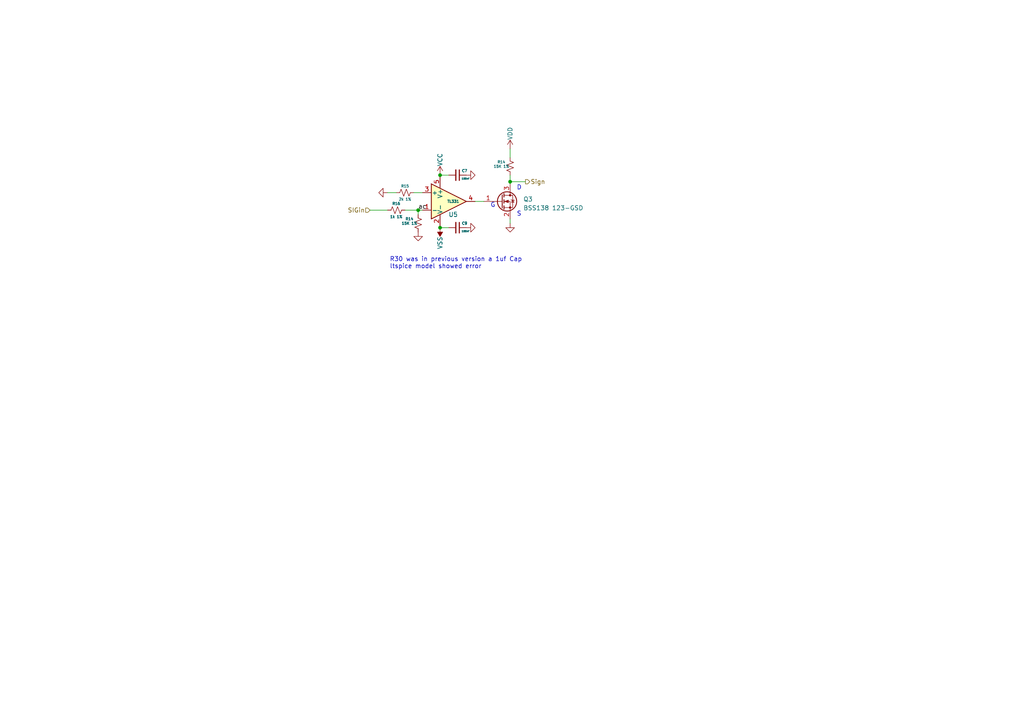
<source format=kicad_sch>
(kicad_sch (version 20230121) (generator eeschema)

  (uuid fbd16ab1-89d7-4ab1-bad5-01d569d880a4)

  (paper "A4")

  (lib_symbols
    (symbol "Comparator:TL331" (pin_names (offset 0.127)) (in_bom yes) (on_board yes)
      (property "Reference" "U" (at 1.27 5.08 0)
        (effects (font (size 1.27 1.27)))
      )
      (property "Value" "TL331" (at 3.81 -5.08 0)
        (effects (font (size 1.27 1.27)))
      )
      (property "Footprint" "Package_TO_SOT_SMD:SOT-23-5" (at 1.27 -15.24 0)
        (effects (font (size 1.27 1.27)) hide)
      )
      (property "Datasheet" "http://www.ti.com/lit/ds/symlink/tl331.pdf" (at 0 5.08 0)
        (effects (font (size 1.27 1.27)) hide)
      )
      (property "ki_keywords" "single comparator" (at 0 0 0)
        (effects (font (size 1.27 1.27)) hide)
      )
      (property "ki_description" "Single Differential Comparator with Open-Collector Output, SOT-23-5" (at 0 0 0)
        (effects (font (size 1.27 1.27)) hide)
      )
      (property "ki_fp_filters" "SOT?23*" (at 0 0 0)
        (effects (font (size 1.27 1.27)) hide)
      )
      (symbol "TL331_0_1"
        (polyline
          (pts
            (xy -5.08 5.08)
            (xy 5.08 0)
            (xy -5.08 -5.08)
            (xy -5.08 5.08)
          )
          (stroke (width 0.254) (type default))
          (fill (type background))
        )
      )
      (symbol "TL331_1_1"
        (pin input line (at -7.62 -2.54 0) (length 2.54)
          (name "-" (effects (font (size 1.27 1.27))))
          (number "1" (effects (font (size 1.27 1.27))))
        )
        (pin power_in line (at -2.54 -7.62 90) (length 3.81)
          (name "V-" (effects (font (size 1.27 1.27))))
          (number "2" (effects (font (size 1.27 1.27))))
        )
        (pin input line (at -7.62 2.54 0) (length 2.54)
          (name "+" (effects (font (size 1.27 1.27))))
          (number "3" (effects (font (size 1.27 1.27))))
        )
        (pin open_collector line (at 7.62 0 180) (length 2.54)
          (name "~" (effects (font (size 1.27 1.27))))
          (number "4" (effects (font (size 1.27 1.27))))
        )
        (pin power_in line (at -2.54 7.62 270) (length 3.81)
          (name "V+" (effects (font (size 1.27 1.27))))
          (number "5" (effects (font (size 1.27 1.27))))
        )
      )
    )
    (symbol "Device:C_Small" (pin_numbers hide) (pin_names (offset 0.254) hide) (in_bom yes) (on_board yes)
      (property "Reference" "C" (at 0.254 1.778 0)
        (effects (font (size 0.75 0.75)) (justify left))
      )
      (property "Value" "C_Small" (at 0.254 -2.032 0)
        (effects (font (size 0.75 0.75)) (justify left))
      )
      (property "Footprint" "" (at 0 0 0)
        (effects (font (size 0.75 0.75)) hide)
      )
      (property "Datasheet" "~" (at 0 0 0)
        (effects (font (size 0.75 0.75)) hide)
      )
      (property "ki_keywords" "capacitor cap" (at 0 0 0)
        (effects (font (size 1.27 1.27)) hide)
      )
      (property "ki_description" "Unpolarized capacitor, small symbol" (at 0 0 0)
        (effects (font (size 1.27 1.27)) hide)
      )
      (property "ki_fp_filters" "C_*" (at 0 0 0)
        (effects (font (size 1.27 1.27)) hide)
      )
      (symbol "C_Small_0_1"
        (polyline
          (pts
            (xy -1.524 -0.508)
            (xy 1.524 -0.508)
          )
          (stroke (width 0.3302) (type default))
          (fill (type none))
        )
        (polyline
          (pts
            (xy -1.524 0.508)
            (xy 1.524 0.508)
          )
          (stroke (width 0.3048) (type default))
          (fill (type none))
        )
      )
      (symbol "C_Small_1_1"
        (pin passive line (at 0 2.54 270) (length 2.032)
          (name "~" (effects (font (size 0.75 0.75))))
          (number "1" (effects (font (size 0.75 0.75))))
        )
        (pin passive line (at 0 -2.54 90) (length 2.032)
          (name "~" (effects (font (size 0.75 0.75))))
          (number "2" (effects (font (size 0.75 0.75))))
        )
      )
    )
    (symbol "Device:Q_NMOS_GSD" (pin_names (offset 0) hide) (in_bom yes) (on_board yes)
      (property "Reference" "Q" (at 5.08 1.27 0)
        (effects (font (size 1.27 1.27)) (justify left))
      )
      (property "Value" "Q_NMOS_GSD" (at 5.08 -1.27 0)
        (effects (font (size 1.27 1.27)) (justify left))
      )
      (property "Footprint" "" (at 5.08 2.54 0)
        (effects (font (size 1.27 1.27)) hide)
      )
      (property "Datasheet" "~" (at 0 0 0)
        (effects (font (size 1.27 1.27)) hide)
      )
      (property "ki_keywords" "transistor NMOS N-MOS N-MOSFET" (at 0 0 0)
        (effects (font (size 1.27 1.27)) hide)
      )
      (property "ki_description" "N-MOSFET transistor, gate/source/drain" (at 0 0 0)
        (effects (font (size 1.27 1.27)) hide)
      )
      (symbol "Q_NMOS_GSD_0_1"
        (polyline
          (pts
            (xy 0.254 0)
            (xy -2.54 0)
          )
          (stroke (width 0) (type default))
          (fill (type none))
        )
        (polyline
          (pts
            (xy 0.254 1.905)
            (xy 0.254 -1.905)
          )
          (stroke (width 0.254) (type default))
          (fill (type none))
        )
        (polyline
          (pts
            (xy 0.762 -1.27)
            (xy 0.762 -2.286)
          )
          (stroke (width 0.254) (type default))
          (fill (type none))
        )
        (polyline
          (pts
            (xy 0.762 0.508)
            (xy 0.762 -0.508)
          )
          (stroke (width 0.254) (type default))
          (fill (type none))
        )
        (polyline
          (pts
            (xy 0.762 2.286)
            (xy 0.762 1.27)
          )
          (stroke (width 0.254) (type default))
          (fill (type none))
        )
        (polyline
          (pts
            (xy 2.54 2.54)
            (xy 2.54 1.778)
          )
          (stroke (width 0) (type default))
          (fill (type none))
        )
        (polyline
          (pts
            (xy 2.54 -2.54)
            (xy 2.54 0)
            (xy 0.762 0)
          )
          (stroke (width 0) (type default))
          (fill (type none))
        )
        (polyline
          (pts
            (xy 0.762 -1.778)
            (xy 3.302 -1.778)
            (xy 3.302 1.778)
            (xy 0.762 1.778)
          )
          (stroke (width 0) (type default))
          (fill (type none))
        )
        (polyline
          (pts
            (xy 1.016 0)
            (xy 2.032 0.381)
            (xy 2.032 -0.381)
            (xy 1.016 0)
          )
          (stroke (width 0) (type default))
          (fill (type outline))
        )
        (polyline
          (pts
            (xy 2.794 0.508)
            (xy 2.921 0.381)
            (xy 3.683 0.381)
            (xy 3.81 0.254)
          )
          (stroke (width 0) (type default))
          (fill (type none))
        )
        (polyline
          (pts
            (xy 3.302 0.381)
            (xy 2.921 -0.254)
            (xy 3.683 -0.254)
            (xy 3.302 0.381)
          )
          (stroke (width 0) (type default))
          (fill (type none))
        )
        (circle (center 1.651 0) (radius 2.794)
          (stroke (width 0.254) (type default))
          (fill (type none))
        )
        (circle (center 2.54 -1.778) (radius 0.254)
          (stroke (width 0) (type default))
          (fill (type outline))
        )
        (circle (center 2.54 1.778) (radius 0.254)
          (stroke (width 0) (type default))
          (fill (type outline))
        )
      )
      (symbol "Q_NMOS_GSD_1_1"
        (pin input line (at -5.08 0 0) (length 2.54)
          (name "G" (effects (font (size 1.27 1.27))))
          (number "1" (effects (font (size 1.27 1.27))))
        )
        (pin passive line (at 2.54 -5.08 90) (length 2.54)
          (name "S" (effects (font (size 1.27 1.27))))
          (number "2" (effects (font (size 1.27 1.27))))
        )
        (pin passive line (at 2.54 5.08 270) (length 2.54)
          (name "D" (effects (font (size 1.27 1.27))))
          (number "3" (effects (font (size 1.27 1.27))))
        )
      )
    )
    (symbol "Device:R_Small_US" (pin_numbers hide) (pin_names (offset 0.254) hide) (in_bom yes) (on_board yes)
      (property "Reference" "R" (at 0.762 0.508 0)
        (effects (font (size 0.75 0.75)) (justify left))
      )
      (property "Value" "R_Small_US" (at 0.762 -1.016 0)
        (effects (font (size 0.75 0.75)) (justify left))
      )
      (property "Footprint" "" (at 0 0 0)
        (effects (font (size 0.75 0.75)) hide)
      )
      (property "Datasheet" "~" (at 0 0 0)
        (effects (font (size 0.75 0.75)) hide)
      )
      (property "ki_keywords" "r resistor" (at 0 0 0)
        (effects (font (size 1.27 1.27)) hide)
      )
      (property "ki_description" "Resistor, small US symbol" (at 0 0 0)
        (effects (font (size 1.27 1.27)) hide)
      )
      (property "ki_fp_filters" "R_*" (at 0 0 0)
        (effects (font (size 1.27 1.27)) hide)
      )
      (symbol "R_Small_US_1_1"
        (polyline
          (pts
            (xy 0 0)
            (xy 1.016 -0.381)
            (xy 0 -0.762)
            (xy -1.016 -1.143)
            (xy 0 -1.524)
          )
          (stroke (width 0) (type default))
          (fill (type none))
        )
        (polyline
          (pts
            (xy 0 1.524)
            (xy 1.016 1.143)
            (xy 0 0.762)
            (xy -1.016 0.381)
            (xy 0 0)
          )
          (stroke (width 0) (type default))
          (fill (type none))
        )
        (pin passive line (at 0 2.54 270) (length 1.016)
          (name "~" (effects (font (size 0.75 0.75))))
          (number "1" (effects (font (size 0.75 0.75))))
        )
        (pin passive line (at 0 -2.54 90) (length 1.016)
          (name "~" (effects (font (size 0.75 0.75))))
          (number "2" (effects (font (size 0.75 0.75))))
        )
      )
    )
    (symbol "GNDA_1" (power) (pin_names (offset 0)) (in_bom yes) (on_board yes)
      (property "Reference" "#PWR" (at 0 -6.35 0)
        (effects (font (size 1.27 1.27)) hide)
      )
      (property "Value" "GNDA_1" (at 0 -3.81 0)
        (effects (font (size 1.27 1.27)))
      )
      (property "Footprint" "" (at 0 0 0)
        (effects (font (size 1.27 1.27)) hide)
      )
      (property "Datasheet" "" (at 0 0 0)
        (effects (font (size 1.27 1.27)) hide)
      )
      (property "ki_keywords" "global power" (at 0 0 0)
        (effects (font (size 1.27 1.27)) hide)
      )
      (property "ki_description" "Power symbol creates a global label with name \"GNDA\" , analog ground" (at 0 0 0)
        (effects (font (size 1.27 1.27)) hide)
      )
      (symbol "GNDA_1_0_1"
        (polyline
          (pts
            (xy 0 0)
            (xy 0 -1.27)
            (xy 1.27 -1.27)
            (xy 0 -2.54)
            (xy -1.27 -1.27)
            (xy 0 -1.27)
          )
          (stroke (width 0) (type default))
          (fill (type none))
        )
      )
      (symbol "GNDA_1_1_1"
        (pin power_in line (at 0 0 270) (length 0) hide
          (name "GNDA" (effects (font (size 1.27 1.27))))
          (number "1" (effects (font (size 1.27 1.27))))
        )
      )
    )
    (symbol "power:VCC" (power) (pin_names (offset 0)) (in_bom yes) (on_board yes)
      (property "Reference" "#PWR" (at 0 -3.81 0)
        (effects (font (size 0.75 0.75)) hide)
      )
      (property "Value" "VCC" (at 0 3.81 0)
        (effects (font (size 0.75 0.75)))
      )
      (property "Footprint" "" (at 0 0 0)
        (effects (font (size 0.75 0.75)) hide)
      )
      (property "Datasheet" "" (at 0 0 0)
        (effects (font (size 0.75 0.75)) hide)
      )
      (property "ki_keywords" "global power" (at 0 0 0)
        (effects (font (size 1.27 1.27)) hide)
      )
      (property "ki_description" "Power symbol creates a global label with name \"VCC\"" (at 0 0 0)
        (effects (font (size 1.27 1.27)) hide)
      )
      (symbol "VCC_0_1"
        (polyline
          (pts
            (xy -0.762 1.27)
            (xy 0 2.54)
          )
          (stroke (width 0) (type default))
          (fill (type none))
        )
        (polyline
          (pts
            (xy 0 0)
            (xy 0 2.54)
          )
          (stroke (width 0) (type default))
          (fill (type none))
        )
        (polyline
          (pts
            (xy 0 2.54)
            (xy 0.762 1.27)
          )
          (stroke (width 0) (type default))
          (fill (type none))
        )
      )
      (symbol "VCC_1_1"
        (pin power_in line (at 0 0 90) (length 0) hide
          (name "VCC" (effects (font (size 0.75 0.75))))
          (number "1" (effects (font (size 0.75 0.75))))
        )
      )
    )
    (symbol "power:VDD" (power) (pin_names (offset 0)) (in_bom yes) (on_board yes)
      (property "Reference" "#PWR" (at 0 -3.81 0)
        (effects (font (size 1.27 1.27)) hide)
      )
      (property "Value" "VDD" (at 0 3.81 0)
        (effects (font (size 1.27 1.27)))
      )
      (property "Footprint" "" (at 0 0 0)
        (effects (font (size 1.27 1.27)) hide)
      )
      (property "Datasheet" "" (at 0 0 0)
        (effects (font (size 1.27 1.27)) hide)
      )
      (property "ki_keywords" "global power" (at 0 0 0)
        (effects (font (size 1.27 1.27)) hide)
      )
      (property "ki_description" "Power symbol creates a global label with name \"VDD\"" (at 0 0 0)
        (effects (font (size 1.27 1.27)) hide)
      )
      (symbol "VDD_0_1"
        (polyline
          (pts
            (xy -0.762 1.27)
            (xy 0 2.54)
          )
          (stroke (width 0) (type default))
          (fill (type none))
        )
        (polyline
          (pts
            (xy 0 0)
            (xy 0 2.54)
          )
          (stroke (width 0) (type default))
          (fill (type none))
        )
        (polyline
          (pts
            (xy 0 2.54)
            (xy 0.762 1.27)
          )
          (stroke (width 0) (type default))
          (fill (type none))
        )
      )
      (symbol "VDD_1_1"
        (pin power_in line (at 0 0 90) (length 0) hide
          (name "VDD" (effects (font (size 1.27 1.27))))
          (number "1" (effects (font (size 1.27 1.27))))
        )
      )
    )
    (symbol "power:VSS" (power) (pin_names (offset 0)) (in_bom yes) (on_board yes)
      (property "Reference" "#PWR" (at 0 -3.81 0)
        (effects (font (size 0.75 0.75)) hide)
      )
      (property "Value" "VSS" (at 0 3.81 0)
        (effects (font (size 0.75 0.75)))
      )
      (property "Footprint" "" (at 0 0 0)
        (effects (font (size 0.75 0.75)) hide)
      )
      (property "Datasheet" "" (at 0 0 0)
        (effects (font (size 0.75 0.75)) hide)
      )
      (property "ki_keywords" "global power" (at 0 0 0)
        (effects (font (size 1.27 1.27)) hide)
      )
      (property "ki_description" "Power symbol creates a global label with name \"VSS\"" (at 0 0 0)
        (effects (font (size 1.27 1.27)) hide)
      )
      (symbol "VSS_0_1"
        (polyline
          (pts
            (xy 0 0)
            (xy 0 2.54)
          )
          (stroke (width 0) (type default))
          (fill (type none))
        )
        (polyline
          (pts
            (xy 0.762 1.27)
            (xy -0.762 1.27)
            (xy 0 2.54)
            (xy 0.762 1.27)
          )
          (stroke (width 0) (type default))
          (fill (type outline))
        )
      )
      (symbol "VSS_1_1"
        (pin power_in line (at 0 0 90) (length 0) hide
          (name "VSS" (effects (font (size 0.75 0.75))))
          (number "1" (effects (font (size 0.75 0.75))))
        )
      )
    )
  )

  (junction (at 127.635 66.04) (diameter 0) (color 0 0 0 0)
    (uuid 1539d1f0-1327-4820-aef3-6aaef23264a8)
  )
  (junction (at 147.955 52.705) (diameter 0) (color 0 0 0 0)
    (uuid 415f8481-ef03-461b-8ba4-4277d56f97cf)
  )
  (junction (at 127.635 50.8) (diameter 0) (color 0 0 0 0)
    (uuid 86f70e59-7ffd-4b24-9005-40a8e1ba14f0)
  )
  (junction (at 121.285 60.96) (diameter 0) (color 0 0 0 0)
    (uuid 9d55c46c-d4e7-44f0-9cd6-610a65b31022)
  )

  (wire (pts (xy 120.015 55.88) (xy 122.555 55.88))
    (stroke (width 0) (type default))
    (uuid 0b87d4d6-5705-451e-b551-c4ef49803ff9)
  )
  (wire (pts (xy 112.395 55.88) (xy 114.935 55.88))
    (stroke (width 0) (type default))
    (uuid 0e480295-3473-45e2-9b1e-7a10f2dbc045)
  )
  (wire (pts (xy 147.955 63.5) (xy 147.955 64.77))
    (stroke (width 0) (type default))
    (uuid 2069e3cd-db8c-4c40-bccb-b54f4ed2a809)
  )
  (wire (pts (xy 117.475 60.96) (xy 121.285 60.96))
    (stroke (width 0) (type default))
    (uuid 20d44f58-d70a-49b3-8324-741295100858)
  )
  (wire (pts (xy 130.175 66.04) (xy 127.635 66.04))
    (stroke (width 0) (type default))
    (uuid 351d4712-f25f-43b5-8654-2c7e419384e3)
  )
  (wire (pts (xy 147.955 52.705) (xy 152.4 52.705))
    (stroke (width 0) (type default))
    (uuid 5b962c2e-025c-4186-95bd-c571fc357df9)
  )
  (wire (pts (xy 121.285 60.96) (xy 121.285 62.23))
    (stroke (width 0) (type default))
    (uuid 606f59a9-5ad3-4d4d-9813-8fcbe5ae107e)
  )
  (wire (pts (xy 147.955 43.18) (xy 147.955 45.72))
    (stroke (width 0) (type default))
    (uuid 76e17fb0-ce2d-421d-8cb3-bbdca71cca5c)
  )
  (wire (pts (xy 137.795 58.42) (xy 140.335 58.42))
    (stroke (width 0) (type default))
    (uuid af3551fe-fed6-4218-be7a-daa4e48af8a4)
  )
  (wire (pts (xy 147.955 50.8) (xy 147.955 52.705))
    (stroke (width 0) (type default))
    (uuid c27b5f9d-67bd-45d9-8732-92b603ba36ac)
  )
  (wire (pts (xy 130.175 50.8) (xy 127.635 50.8))
    (stroke (width 0) (type default))
    (uuid d418a935-18b5-4efd-981c-73129e7ff2c4)
  )
  (wire (pts (xy 147.955 52.705) (xy 147.955 53.34))
    (stroke (width 0) (type default))
    (uuid ee1b8b9a-084a-4fcb-93d8-fac033532c0f)
  )
  (wire (pts (xy 107.315 60.96) (xy 112.395 60.96))
    (stroke (width 0) (type default))
    (uuid f1c72087-63e4-4568-af40-39ab6efb7b2f)
  )
  (wire (pts (xy 121.285 60.96) (xy 122.555 60.96))
    (stroke (width 0) (type default))
    (uuid fb69ece1-7bf0-4534-a937-246008938312)
  )

  (text "D" (at 149.86 55.245 0)
    (effects (font (size 1.27 1.27)) (justify left bottom))
    (uuid 15d97d6d-80f2-4eb4-9561-d9e28b782694)
  )
  (text "S" (at 149.86 62.865 0)
    (effects (font (size 1.27 1.27)) (justify left bottom))
    (uuid 4ecc17bd-46b4-44d7-92a7-eb589cf82233)
  )
  (text "G" (at 142.24 60.325 0)
    (effects (font (size 1.27 1.27)) (justify left bottom))
    (uuid 6b777304-7a7f-40df-99df-db3508df7de4)
  )
  (text "R30 was in previous version a 1uf Cap\nltspice model showed error"
    (at 113.03 78.105 0)
    (effects (font (size 1.27 1.27)) (justify left bottom))
    (uuid d6c5db92-a093-4c50-99c3-9c1e7243010a)
  )

  (label "ac" (at 121.285 60.96 0) (fields_autoplaced)
    (effects (font (size 1.27 1.27)) (justify left bottom))
    (uuid cb70cd9b-9d4c-4d9e-8ac7-8adc04e08beb)
  )

  (hierarchical_label "Sign" (shape output) (at 152.4 52.705 0) (fields_autoplaced)
    (effects (font (size 1.27 1.27)) (justify left))
    (uuid 3be4ba41-3ab7-4715-a3fa-1ed9daf88156)
    (property "Intersheetrefs" "${INTERSHEET_REFS}" (at 158.3889 52.705 0)
      (effects (font (size 1.27 1.27)) (justify left) hide)
    )
  )
  (hierarchical_label "SIGin" (shape input) (at 107.315 60.96 180) (fields_autoplaced)
    (effects (font (size 1.27 1.27)) (justify right))
    (uuid ce3ec6c1-9663-4220-9a81-803a200a1a04)
    (property "Intersheetrefs" "${INTERSHEET_REFS}" (at 100.2253 60.96 0)
      (effects (font (size 1.27 1.27)) (justify right) hide)
    )
  )

  (symbol (lib_id "Device:C_Small") (at 132.715 66.04 270) (mirror x) (unit 1)
    (in_bom yes) (on_board yes) (dnp no)
    (uuid 19828e3c-5ea3-4887-8585-00c1b4c132c7)
    (property "Reference" "C9" (at 134.747 64.77 90)
      (effects (font (size 0.762 0.762)))
    )
    (property "Value" "100nf" (at 135.001 67.056 90)
      (effects (font (size 0.508 0.508)))
    )
    (property "Footprint" "Capacitor_SMD:C_0603_1608Metric_Pad1.08x0.95mm_HandSolder" (at 132.715 66.04 0)
      (effects (font (size 1.27 1.27)) hide)
    )
    (property "Datasheet" "https://www.mouser.com/datasheet/2/281/1/GRM188R72A104KA35_01A-1985906.pdf" (at 132.715 66.04 0)
      (effects (font (size 1.27 1.27)) hide)
    )
    (property "Description" "100 VDC 10% 0603 X7R" (at 132.715 66.04 0)
      (effects (font (size 1.27 1.27)) hide)
    )
    (property "Manufacturer" "Murata" (at 132.715 66.04 0)
      (effects (font (size 1.27 1.27)) hide)
    )
    (property "Status" "OK" (at 132.715 66.04 0)
      (effects (font (size 1.27 1.27)) hide)
    )
    (property "Mouser_PN" "81-GRM188R72A104KA5J" (at 132.715 66.04 0)
      (effects (font (size 1.27 1.27)) hide)
    )
    (pin "1" (uuid 8a00a91a-5037-44bb-9442-1dfd39039e58))
    (pin "2" (uuid f1bd5657-5e58-4387-9b48-81cd60f90aae))
    (instances
      (project "PCR_PotGalADC_06-06-24"
        (path "/21972d40-70bd-4eb5-bd3f-6bc666943ffa"
          (reference "C9") (unit 1)
        )
        (path "/21972d40-70bd-4eb5-bd3f-6bc666943ffa/84f3892d-55a0-405d-bfa9-5858b870b7f8"
          (reference "C21") (unit 1)
        )
      )
    )
  )

  (symbol (lib_id "Device:Q_NMOS_GSD") (at 145.415 58.42 0) (unit 1)
    (in_bom yes) (on_board yes) (dnp no) (fields_autoplaced)
    (uuid 2de77745-f770-4e66-a6ec-004bd3521330)
    (property "Reference" "Q3" (at 151.765 57.785 0)
      (effects (font (size 1.27 1.27)) (justify left))
    )
    (property "Value" "BSS138 123-GSD" (at 151.765 60.325 0)
      (effects (font (size 1.27 1.27)) (justify left))
    )
    (property "Footprint" "Package_TO_SOT_SMD:SOT-23-3" (at 150.495 55.88 0)
      (effects (font (size 1.27 1.27)) hide)
    )
    (property "Datasheet" "https://www.diodes.com/assets/Datasheets/DMN65D8LQ.pdf" (at 145.415 58.42 0)
      (effects (font (size 1.27 1.27)) hide)
    )
    (property "Description" "NMOS 950pC" (at 145.415 58.42 0)
      (effects (font (size 1.27 1.27)) hide)
    )
    (property "Manufacturer" "Diodes Inc." (at 145.415 58.42 0)
      (effects (font (size 1.27 1.27)) hide)
    )
    (property "Mouser_PN" "621-BSS138K-13" (at 145.415 58.42 0)
      (effects (font (size 1.27 1.27)) hide)
    )
    (property "Status" "OK" (at 145.415 58.42 0)
      (effects (font (size 1.27 1.27)) hide)
    )
    (pin "1" (uuid 0b8b3d83-5e11-4a33-a9a4-d618ccbc2325))
    (pin "2" (uuid f0dad9a8-2526-4d78-a3cc-bb8f414057f6))
    (pin "3" (uuid b180d31a-5e91-46a3-992b-663c2ac4f7de))
    (instances
      (project "PCR_PotGalADC_06-06-24"
        (path "/21972d40-70bd-4eb5-bd3f-6bc666943ffa"
          (reference "Q3") (unit 1)
        )
        (path "/21972d40-70bd-4eb5-bd3f-6bc666943ffa/84f3892d-55a0-405d-bfa9-5858b870b7f8"
          (reference "Q1") (unit 1)
        )
      )
    )
  )

  (symbol (lib_id "Device:C_Small") (at 132.715 50.8 270) (mirror x) (unit 1)
    (in_bom yes) (on_board yes) (dnp no)
    (uuid 50787c86-f211-463d-b97b-6ec21983fd33)
    (property "Reference" "C7" (at 134.747 49.53 90)
      (effects (font (size 0.762 0.762)))
    )
    (property "Value" "100nf" (at 135.001 51.816 90)
      (effects (font (size 0.508 0.508)))
    )
    (property "Footprint" "Capacitor_SMD:C_0603_1608Metric_Pad1.08x0.95mm_HandSolder" (at 132.715 50.8 0)
      (effects (font (size 1.27 1.27)) hide)
    )
    (property "Datasheet" "https://www.mouser.com/datasheet/2/281/1/GRM188R72A104KA35_01A-1985906.pdf" (at 132.715 50.8 0)
      (effects (font (size 1.27 1.27)) hide)
    )
    (property "Description" "100 VDC 10% 0603 X7R" (at 132.715 50.8 0)
      (effects (font (size 1.27 1.27)) hide)
    )
    (property "Manufacturer" "Murata" (at 132.715 50.8 0)
      (effects (font (size 1.27 1.27)) hide)
    )
    (property "Status" "OK" (at 132.715 50.8 0)
      (effects (font (size 1.27 1.27)) hide)
    )
    (property "Mouser_PN" "81-GRM188R72A104KA5J" (at 132.715 50.8 0)
      (effects (font (size 1.27 1.27)) hide)
    )
    (pin "1" (uuid db410cbd-6eb3-4375-ad9d-ae5fb592d827))
    (pin "2" (uuid 7fc07a67-6edd-4e54-944b-0dac4f26157a))
    (instances
      (project "PCR_PotGalADC_06-06-24"
        (path "/21972d40-70bd-4eb5-bd3f-6bc666943ffa"
          (reference "C7") (unit 1)
        )
        (path "/21972d40-70bd-4eb5-bd3f-6bc666943ffa/84f3892d-55a0-405d-bfa9-5858b870b7f8"
          (reference "C20") (unit 1)
        )
      )
    )
  )

  (symbol (lib_id "Device:R_Small_US") (at 147.955 48.26 180) (unit 1)
    (in_bom yes) (on_board yes) (dnp no)
    (uuid 507f7a13-0f4b-4124-ac3a-06e4f41b0b0b)
    (property "Reference" "R14" (at 145.415 46.99 0)
      (effects (font (size 0.762 0.762)))
    )
    (property "Value" "15K 1%" (at 145.415 48.26 0)
      (effects (font (size 0.762 0.762)))
    )
    (property "Footprint" "Resistor_SMD:R_1206_3216Metric_Pad1.30x1.75mm_HandSolder" (at 147.955 48.26 0)
      (effects (font (size 1.27 1.27)) hide)
    )
    (property "Datasheet" "https://www.mouser.com/datasheet/2/447/PYu_RT_1_to_0_01_RoHS_L_12-3003070.pdf" (at 147.955 48.26 0)
      (effects (font (size 1.27 1.27)) hide)
    )
    (property "Manufacturer" "Yageo" (at 147.955 48.26 0)
      (effects (font (size 1.27 1.27)) hide)
    )
    (property "Status" "OK" (at 147.955 48.26 0)
      (effects (font (size 1.27 1.27)) hide)
    )
    (property "Description" "SMD 1/4W 15K ohm 1% 50ppm" (at 147.955 48.26 0)
      (effects (font (size 1.27 1.27)) hide)
    )
    (property "Mouser_PN" "603-RT1206FRE0715KL" (at 147.955 48.26 0)
      (effects (font (size 1.27 1.27)) hide)
    )
    (pin "1" (uuid 00ec94e7-d168-48c0-834b-f47c3f434446))
    (pin "2" (uuid b0f65608-cc1a-4fe0-8890-009535260501))
    (instances
      (project "PCR_PotGalADC_06-06-24"
        (path "/21972d40-70bd-4eb5-bd3f-6bc666943ffa"
          (reference "R14") (unit 1)
        )
        (path "/21972d40-70bd-4eb5-bd3f-6bc666943ffa/84f3892d-55a0-405d-bfa9-5858b870b7f8"
          (reference "R27") (unit 1)
        )
      )
    )
  )

  (symbol (lib_name "GNDA_1") (lib_id "power:GNDA") (at 135.255 50.8 90) (unit 1)
    (in_bom yes) (on_board yes) (dnp no) (fields_autoplaced)
    (uuid 69a04cd0-c281-47a3-8687-027291ef5601)
    (property "Reference" "#PWR024" (at 141.605 50.8 0)
      (effects (font (size 1.27 1.27)) hide)
    )
    (property "Value" "GNDA" (at 140.335 50.8 0)
      (effects (font (size 1.27 1.27)) hide)
    )
    (property "Footprint" "" (at 135.255 50.8 0)
      (effects (font (size 1.27 1.27)) hide)
    )
    (property "Datasheet" "" (at 135.255 50.8 0)
      (effects (font (size 1.27 1.27)) hide)
    )
    (pin "1" (uuid 9a734513-b244-425d-8204-08ad989887fe))
    (instances
      (project "PCR_PotGalADC_06-06-24"
        (path "/21972d40-70bd-4eb5-bd3f-6bc666943ffa"
          (reference "#PWR024") (unit 1)
        )
        (path "/21972d40-70bd-4eb5-bd3f-6bc666943ffa/84f3892d-55a0-405d-bfa9-5858b870b7f8"
          (reference "#PWR024") (unit 1)
        )
      )
    )
  )

  (symbol (lib_id "Device:R_Small_US") (at 114.935 60.96 270) (unit 1)
    (in_bom yes) (on_board yes) (dnp no)
    (uuid 72884c2c-9bd1-4a0f-862e-d4b230b2f8c9)
    (property "Reference" "R16" (at 114.935 59.055 90)
      (effects (font (size 0.762 0.762)))
    )
    (property "Value" "1k 1%" (at 114.935 62.865 90)
      (effects (font (size 0.762 0.762)))
    )
    (property "Footprint" "Resistor_SMD:R_1206_3216Metric_Pad1.30x1.75mm_HandSolder" (at 114.935 60.96 0)
      (effects (font (size 1.27 1.27)) hide)
    )
    (property "Datasheet" "https://www.mouser.com/datasheet/2/447/PYu_RT_1_to_0_01_RoHS_L_12-3003070.pdf" (at 114.935 60.96 0)
      (effects (font (size 1.27 1.27)) hide)
    )
    (property "Manufacturer" "Yageo" (at 114.935 60.96 0)
      (effects (font (size 1.27 1.27)) hide)
    )
    (property "Status" "OK" (at 114.935 60.96 0)
      (effects (font (size 1.27 1.27)) hide)
    )
    (property "Description" "SMD 1/4W 1K ohm 1% 50ppm" (at 114.935 60.96 0)
      (effects (font (size 1.27 1.27)) hide)
    )
    (property "Mouser_PN" "603-RT1206FRE131KL" (at 114.935 60.96 0)
      (effects (font (size 1.27 1.27)) hide)
    )
    (pin "1" (uuid 35e6b1d2-795e-42b4-9d69-4418f9df8002))
    (pin "2" (uuid f4369202-ee61-4def-9b5a-c3b780e125f1))
    (instances
      (project "PCR_PotGalADC_06-06-24"
        (path "/21972d40-70bd-4eb5-bd3f-6bc666943ffa"
          (reference "R16") (unit 1)
        )
        (path "/21972d40-70bd-4eb5-bd3f-6bc666943ffa/84f3892d-55a0-405d-bfa9-5858b870b7f8"
          (reference "R29") (unit 1)
        )
      )
    )
  )

  (symbol (lib_name "GNDA_1") (lib_id "power:GNDA") (at 112.395 55.88 270) (unit 1)
    (in_bom yes) (on_board yes) (dnp no) (fields_autoplaced)
    (uuid 73c3de4f-91fd-417d-a5bb-ae6cef9b4650)
    (property "Reference" "#PWR025" (at 106.045 55.88 0)
      (effects (font (size 1.27 1.27)) hide)
    )
    (property "Value" "GNDA" (at 107.315 55.88 0)
      (effects (font (size 1.27 1.27)) hide)
    )
    (property "Footprint" "" (at 112.395 55.88 0)
      (effects (font (size 1.27 1.27)) hide)
    )
    (property "Datasheet" "" (at 112.395 55.88 0)
      (effects (font (size 1.27 1.27)) hide)
    )
    (pin "1" (uuid 616c5134-4b83-4f15-89d4-ca043270dae1))
    (instances
      (project "PCR_PotGalADC_06-06-24"
        (path "/21972d40-70bd-4eb5-bd3f-6bc666943ffa"
          (reference "#PWR025") (unit 1)
        )
        (path "/21972d40-70bd-4eb5-bd3f-6bc666943ffa/84f3892d-55a0-405d-bfa9-5858b870b7f8"
          (reference "#PWR025") (unit 1)
        )
      )
    )
  )

  (symbol (lib_id "Comparator:TL331") (at 130.175 58.42 0) (unit 1)
    (in_bom yes) (on_board yes) (dnp no)
    (uuid 950dd2a4-ae5e-40bc-a1c5-ab2361268bb8)
    (property "Reference" "U5" (at 131.445 62.23 0)
      (effects (font (size 1.27 1.27)))
    )
    (property "Value" "TL331" (at 131.445 58.42 0)
      (effects (font (size 0.762 0.762)))
    )
    (property "Footprint" "Package_TO_SOT_SMD:SOT-23-5" (at 131.445 73.66 0)
      (effects (font (size 1.27 1.27)) hide)
    )
    (property "Datasheet" "http://www.ti.com/lit/ds/symlink/tl331.pdf" (at 130.175 53.34 0)
      (effects (font (size 1.27 1.27)) hide)
    )
    (property "Description" "Comparator" (at 130.175 58.42 0)
      (effects (font (size 1.27 1.27)) hide)
    )
    (property "Manufacturer" "Analog Devices" (at 130.175 58.42 0)
      (effects (font (size 1.27 1.27)) hide)
    )
    (property "Mouser_PN" "595-TL331BIDBVR" (at 130.175 58.42 0)
      (effects (font (size 1.27 1.27)) hide)
    )
    (property "Status" "OK" (at 130.175 58.42 0)
      (effects (font (size 1.27 1.27)) hide)
    )
    (pin "1" (uuid 2220f5de-3bb9-4cef-8f7c-91772b2740b3))
    (pin "2" (uuid b063c759-235f-4df1-8b8b-a67ff815058d))
    (pin "3" (uuid ce051f3f-19b1-4372-9732-0bd2b358a72b))
    (pin "4" (uuid 42403f32-f95d-4a39-a0eb-44545ace7952))
    (pin "5" (uuid 2ef6edaa-4898-4d82-98ac-339638d196e9))
    (instances
      (project "PCR_PotGalADC_06-06-24"
        (path "/21972d40-70bd-4eb5-bd3f-6bc666943ffa"
          (reference "U5") (unit 1)
        )
        (path "/21972d40-70bd-4eb5-bd3f-6bc666943ffa/84f3892d-55a0-405d-bfa9-5858b870b7f8"
          (reference "U8") (unit 1)
        )
      )
    )
  )

  (symbol (lib_id "power:VDD") (at 147.955 43.18 0) (unit 1)
    (in_bom yes) (on_board yes) (dnp no)
    (uuid b2b2242c-6301-47f4-9cf6-6317df82237c)
    (property "Reference" "#PWR017" (at 147.955 46.99 0)
      (effects (font (size 1.27 1.27)) hide)
    )
    (property "Value" "VDD" (at 147.955 40.64 90)
      (effects (font (size 1.27 1.27)) (justify left))
    )
    (property "Footprint" "" (at 147.955 43.18 0)
      (effects (font (size 1.27 1.27)) hide)
    )
    (property "Datasheet" "" (at 147.955 43.18 0)
      (effects (font (size 1.27 1.27)) hide)
    )
    (pin "1" (uuid 518df17c-29b1-4969-9300-8c479206ef39))
    (instances
      (project "PCR_PotGalADC_06-06-24"
        (path "/21972d40-70bd-4eb5-bd3f-6bc666943ffa"
          (reference "#PWR017") (unit 1)
        )
        (path "/21972d40-70bd-4eb5-bd3f-6bc666943ffa/84f3892d-55a0-405d-bfa9-5858b870b7f8"
          (reference "#PWR017") (unit 1)
        )
      )
    )
  )

  (symbol (lib_id "power:VSS") (at 127.635 66.04 0) (mirror x) (unit 1)
    (in_bom yes) (on_board yes) (dnp no)
    (uuid b9b1e97b-1caf-4037-bca6-937ccc67da4e)
    (property "Reference" "#PWR027" (at 127.635 62.23 0)
      (effects (font (size 1.27 1.27)) hide)
    )
    (property "Value" "VSS" (at 127.635 68.58 90)
      (effects (font (size 1.27 1.27)) (justify left))
    )
    (property "Footprint" "" (at 127.635 66.04 0)
      (effects (font (size 1.27 1.27)) hide)
    )
    (property "Datasheet" "" (at 127.635 66.04 0)
      (effects (font (size 1.27 1.27)) hide)
    )
    (pin "1" (uuid 6e04167c-1b39-48b8-ae38-7b7de041776c))
    (instances
      (project "PCR_PotGalADC_06-06-24"
        (path "/21972d40-70bd-4eb5-bd3f-6bc666943ffa"
          (reference "#PWR027") (unit 1)
        )
        (path "/21972d40-70bd-4eb5-bd3f-6bc666943ffa/84f3892d-55a0-405d-bfa9-5858b870b7f8"
          (reference "#PWR027") (unit 1)
        )
      )
    )
  )

  (symbol (lib_id "power:VCC") (at 127.635 50.8 0) (mirror y) (unit 1)
    (in_bom yes) (on_board yes) (dnp no)
    (uuid cee69dda-dbf2-48d1-8f0d-a76d7e208605)
    (property "Reference" "#PWR023" (at 127.635 54.61 0)
      (effects (font (size 1.27 1.27)) hide)
    )
    (property "Value" "VCC" (at 127.635 48.26 90)
      (effects (font (size 1.27 1.27)) (justify left))
    )
    (property "Footprint" "" (at 127.635 50.8 0)
      (effects (font (size 1.27 1.27)) hide)
    )
    (property "Datasheet" "" (at 127.635 50.8 0)
      (effects (font (size 1.27 1.27)) hide)
    )
    (pin "1" (uuid 7281ff2e-44ff-4f81-864c-3cc736e6ac6f))
    (instances
      (project "PCR_PotGalADC_06-06-24"
        (path "/21972d40-70bd-4eb5-bd3f-6bc666943ffa"
          (reference "#PWR023") (unit 1)
        )
        (path "/21972d40-70bd-4eb5-bd3f-6bc666943ffa/84f3892d-55a0-405d-bfa9-5858b870b7f8"
          (reference "#PWR023") (unit 1)
        )
      )
    )
  )

  (symbol (lib_name "GNDA_1") (lib_id "power:GNDA") (at 121.285 67.31 0) (unit 1)
    (in_bom yes) (on_board yes) (dnp no) (fields_autoplaced)
    (uuid cfe53a49-616d-4292-a9a5-25777256142e)
    (property "Reference" "#PWR029" (at 121.285 73.66 0)
      (effects (font (size 1.27 1.27)) hide)
    )
    (property "Value" "GNDA" (at 121.285 72.39 0)
      (effects (font (size 1.27 1.27)) hide)
    )
    (property "Footprint" "" (at 121.285 67.31 0)
      (effects (font (size 1.27 1.27)) hide)
    )
    (property "Datasheet" "" (at 121.285 67.31 0)
      (effects (font (size 1.27 1.27)) hide)
    )
    (pin "1" (uuid 8d64a63f-e1a1-4881-b172-d8f1797824e8))
    (instances
      (project "PCR_PotGalADC_06-06-24"
        (path "/21972d40-70bd-4eb5-bd3f-6bc666943ffa"
          (reference "#PWR029") (unit 1)
        )
        (path "/21972d40-70bd-4eb5-bd3f-6bc666943ffa/84f3892d-55a0-405d-bfa9-5858b870b7f8"
          (reference "#PWR029") (unit 1)
        )
      )
    )
  )

  (symbol (lib_id "Device:R_Small_US") (at 121.285 64.77 180) (unit 1)
    (in_bom yes) (on_board yes) (dnp no)
    (uuid e2e932d2-7323-46c8-9700-08e880805e1b)
    (property "Reference" "R14" (at 118.745 63.5 0)
      (effects (font (size 0.762 0.762)))
    )
    (property "Value" "15K 1%" (at 118.745 64.77 0)
      (effects (font (size 0.762 0.762)))
    )
    (property "Footprint" "Resistor_SMD:R_1206_3216Metric_Pad1.30x1.75mm_HandSolder" (at 121.285 64.77 0)
      (effects (font (size 1.27 1.27)) hide)
    )
    (property "Datasheet" "https://www.mouser.com/datasheet/2/447/PYu_RT_1_to_0_01_RoHS_L_12-3003070.pdf" (at 121.285 64.77 0)
      (effects (font (size 1.27 1.27)) hide)
    )
    (property "Manufacturer" "Yageo" (at 121.285 64.77 0)
      (effects (font (size 1.27 1.27)) hide)
    )
    (property "Status" "OK" (at 121.285 64.77 0)
      (effects (font (size 1.27 1.27)) hide)
    )
    (property "Description" "SMD 1/4W 15K ohm 1% 50ppm" (at 121.285 64.77 0)
      (effects (font (size 1.27 1.27)) hide)
    )
    (property "Mouser_PN" "603-RT1206FRE0715KL" (at 121.285 64.77 0)
      (effects (font (size 1.27 1.27)) hide)
    )
    (pin "1" (uuid d49e54ab-8fa8-40b0-88c5-fef3b6861339))
    (pin "2" (uuid 08311d3b-5adf-4642-bc53-881a00afdd67))
    (instances
      (project "PCR_PotGalADC_06-06-24"
        (path "/21972d40-70bd-4eb5-bd3f-6bc666943ffa"
          (reference "R14") (unit 1)
        )
        (path "/21972d40-70bd-4eb5-bd3f-6bc666943ffa/84f3892d-55a0-405d-bfa9-5858b870b7f8"
          (reference "R30") (unit 1)
        )
      )
    )
  )

  (symbol (lib_name "GNDA_1") (lib_id "power:GNDA") (at 147.955 64.77 0) (unit 1)
    (in_bom yes) (on_board yes) (dnp no) (fields_autoplaced)
    (uuid fb1ce13a-e238-4ba9-ab03-29e48156c48f)
    (property "Reference" "#PWR026" (at 147.955 71.12 0)
      (effects (font (size 1.27 1.27)) hide)
    )
    (property "Value" "GNDA" (at 147.955 69.85 0)
      (effects (font (size 1.27 1.27)) hide)
    )
    (property "Footprint" "" (at 147.955 64.77 0)
      (effects (font (size 1.27 1.27)) hide)
    )
    (property "Datasheet" "" (at 147.955 64.77 0)
      (effects (font (size 1.27 1.27)) hide)
    )
    (pin "1" (uuid 615decdf-fee5-4e14-8539-f845268e7e07))
    (instances
      (project "PCR_PotGalADC_06-06-24"
        (path "/21972d40-70bd-4eb5-bd3f-6bc666943ffa"
          (reference "#PWR026") (unit 1)
        )
        (path "/21972d40-70bd-4eb5-bd3f-6bc666943ffa/84f3892d-55a0-405d-bfa9-5858b870b7f8"
          (reference "#PWR026") (unit 1)
        )
      )
    )
  )

  (symbol (lib_name "GNDA_1") (lib_id "power:GNDA") (at 135.255 66.04 90) (unit 1)
    (in_bom yes) (on_board yes) (dnp no) (fields_autoplaced)
    (uuid fca8d40c-fd75-4449-8fa9-70fcf154de2b)
    (property "Reference" "#PWR028" (at 141.605 66.04 0)
      (effects (font (size 1.27 1.27)) hide)
    )
    (property "Value" "GNDA" (at 140.335 66.04 0)
      (effects (font (size 1.27 1.27)) hide)
    )
    (property "Footprint" "" (at 135.255 66.04 0)
      (effects (font (size 1.27 1.27)) hide)
    )
    (property "Datasheet" "" (at 135.255 66.04 0)
      (effects (font (size 1.27 1.27)) hide)
    )
    (pin "1" (uuid 891f1c4b-2c66-439b-82b7-65f917a011f8))
    (instances
      (project "PCR_PotGalADC_06-06-24"
        (path "/21972d40-70bd-4eb5-bd3f-6bc666943ffa"
          (reference "#PWR028") (unit 1)
        )
        (path "/21972d40-70bd-4eb5-bd3f-6bc666943ffa/84f3892d-55a0-405d-bfa9-5858b870b7f8"
          (reference "#PWR028") (unit 1)
        )
      )
    )
  )

  (symbol (lib_id "Device:R_Small_US") (at 117.475 55.88 270) (unit 1)
    (in_bom yes) (on_board yes) (dnp no)
    (uuid ff01a777-6092-436c-9b6c-eee8fc22a023)
    (property "Reference" "R15" (at 117.475 53.975 90)
      (effects (font (size 0.762 0.762)))
    )
    (property "Value" "2k 1%" (at 117.475 57.785 90)
      (effects (font (size 0.762 0.762)))
    )
    (property "Footprint" "Resistor_SMD:R_1206_3216Metric_Pad1.30x1.75mm_HandSolder" (at 117.475 55.88 0)
      (effects (font (size 1.27 1.27)) hide)
    )
    (property "Datasheet" "https://www.mouser.com/datasheet/2/447/PYu_RT_1_to_0_01_RoHS_L_12-3003070.pdf" (at 117.475 55.88 0)
      (effects (font (size 1.27 1.27)) hide)
    )
    (property "Manufacturer" "Yageo" (at 117.475 55.88 0)
      (effects (font (size 1.27 1.27)) hide)
    )
    (property "Status" "OK" (at 117.475 55.88 0)
      (effects (font (size 1.27 1.27)) hide)
    )
    (property "Description" "SMD 1/4W 2K ohm 1% 25ppm" (at 117.475 55.88 0)
      (effects (font (size 1.27 1.27)) hide)
    )
    (property "Mouser_PN" "603-RT1206FRD072KL" (at 117.475 55.88 0)
      (effects (font (size 1.27 1.27)) hide)
    )
    (pin "1" (uuid 579d93bb-fc9a-430f-b373-dbfdf470bedf))
    (pin "2" (uuid 9c3844c5-c834-449a-9f6e-98ff30f510bf))
    (instances
      (project "PCR_PotGalADC_06-06-24"
        (path "/21972d40-70bd-4eb5-bd3f-6bc666943ffa"
          (reference "R15") (unit 1)
        )
        (path "/21972d40-70bd-4eb5-bd3f-6bc666943ffa/84f3892d-55a0-405d-bfa9-5858b870b7f8"
          (reference "R28") (unit 1)
        )
      )
    )
  )
)

</source>
